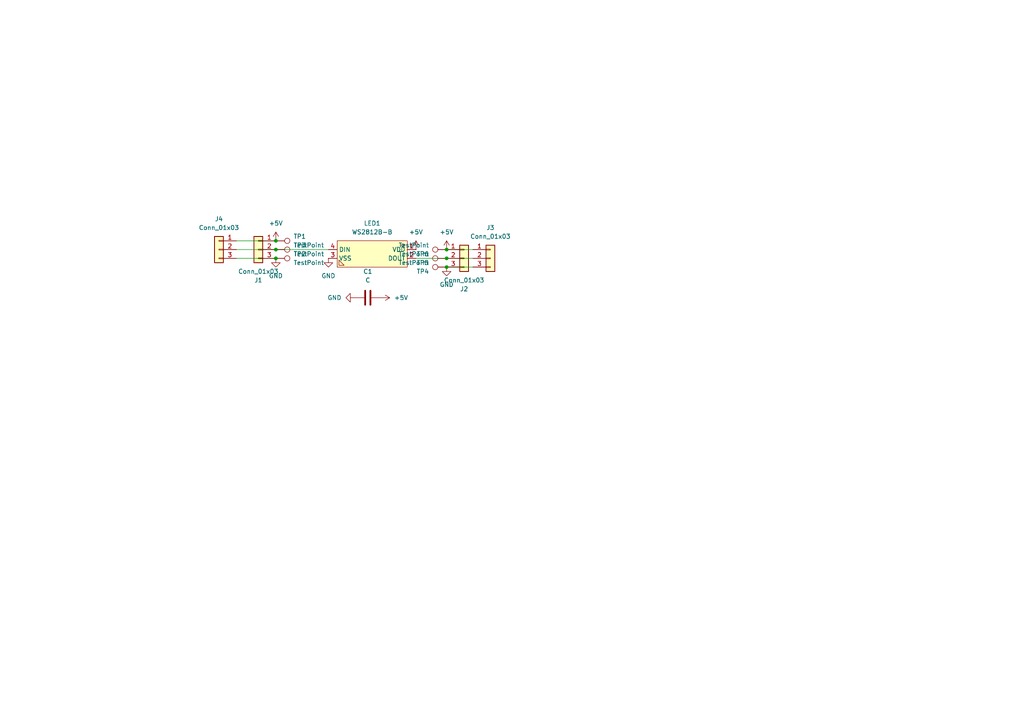
<source format=kicad_sch>
(kicad_sch (version 20231120) (generator "eeschema") (generator_version "8.0")
  (paper "A4")
  (lib_symbols
    (symbol "Connector:TestPoint" (pin_numbers hide) (pin_names (offset 0.762) hide)
      (property "Reference" "TP" (at 0 6.858 0))
      (property "Value" "TestPoint" (at 0 5.08 0))
      (symbol "TestPoint_0_1"
        (circle (center 0 3.302) (radius 0.762))
      )
      (symbol "TestPoint_1_1"
        (pin passive line (at 0 0 90) (length 2.54) (name "1") (number "1"))
      )
    )
    (symbol "Connector_Generic:Conn_01x03" (pin_names (offset 1.016) hide)
      (property "Reference" "J" (at 0 5.08 0))
      (property "Value" "Conn_01x03" (at 0 -5.08 0))
      (symbol "Conn_01x03_1_1"
        (rectangle (start -1.27 -2.413) (end 0 -2.667) (stroke (width 0.1524)))
        (rectangle (start -1.27 0.127) (end 0 -0.127) (stroke (width 0.1524)))
        (rectangle (start -1.27 2.667) (end 0 2.413) (stroke (width 0.1524)))
        (rectangle (start -1.27 3.81) (end 1.27 -3.81) (stroke (width 0.254)) (fill (type background)))
        (pin passive line (at -5.08 2.54 0) (length 3.81) (name "Pin_1") (number "1"))
        (pin passive line (at -5.08 0 0) (length 3.81) (name "Pin_2") (number "2"))
        (pin passive line (at -5.08 -2.54 0) (length 3.81) (name "Pin_3") (number "3"))
      )
    )
    (symbol "Device:C" (pin_numbers hide) (pin_names (offset 0.254))
      (property "Reference" "C" (at 0.635 2.54 0))
      (property "Value" "C" (at 0.635 -2.54 0))
      (symbol "C_0_1"
        (polyline (pts (xy -2.032 -0.762) (xy 2.032 -0.762)) (stroke (width 0.508)))
        (polyline (pts (xy -2.032 0.762) (xy 2.032 0.762)) (stroke (width 0.508)))
      )
      (symbol "C_1_1"
        (pin passive line (at 0 3.81 270) (length 2.794) (name "~") (number "1"))
        (pin passive line (at 0 -3.81 90) (length 2.794) (name "~") (number "2"))
      )
    )
    (symbol "easyeda2kicad:WS2812B-B"
      (property "Reference" "LED" (at 0 6.35 0))
      (property "Value" "WS2812B-B" (at 0 -6.35 0))
      (symbol "WS2812B-B_0_1"
        (rectangle (start -10.16 3.81) (end 10.16 -3.81) (fill (type background)))
        (circle (center -8.89 2.54) (radius 0.38))
        (polyline (pts (xy 9.65 -1.78) (xy 9.65 -3.3) (xy 8.13 -3.3) (xy 9.65 -1.78)) (fill (type background)))
        (pin unspecified line (at -12.7 1.27 0) (length 2.54) (name "VDD") (number "1"))
        (pin unspecified line (at -12.7 -1.27 0) (length 2.54) (name "DOUT") (number "2"))
        (pin unspecified line (at 12.7 -1.27 180) (length 2.54) (name "VSS") (number "3"))
        (pin unspecified line (at 12.7 1.27 180) (length 2.54) (name "DIN") (number "4"))
      )
    )
    (symbol "power:+5V" (power) (pin_numbers hide) (pin_names (offset 0) hide)
      (property "Value" "+5V" (at 0 3.556 0))
      (symbol "+5V_0_1"
        (polyline (pts (xy -0.762 1.27) (xy 0 2.54)))
        (polyline (pts (xy 0 0) (xy 0 2.54)))
        (polyline (pts (xy 0 2.54) (xy 0.762 1.27)))
      )
      (symbol "+5V_1_1"
        (pin power_in line (at 0 0 90) (length 0) (name "~") (number "1"))
      )
    )
    (symbol "power:GND" (power) (pin_numbers hide) (pin_names (offset 0) hide)
      (property "Value" "GND" (at 0 -3.81 0))
      (symbol "GND_0_1"
        (polyline (pts (xy 0 0) (xy 0 -1.27) (xy 1.27 -1.27) (xy 0 -2.54) (xy -1.27 -1.27) (xy 0 -1.27)))
      )
      (symbol "GND_1_1"
        (pin power_in line (at 0 0 270) (length 0) (name "~") (number "1"))
      )
    )
  )
  (junction (at 80.01 69.85))
  (junction (at 80.01 72.39))
  (junction (at 80.01 74.93))
  (junction (at 129.54 74.93))
  (junction (at 129.54 72.39))
  (junction (at 129.54 77.47))
  (wire (pts (xy 80.01 72.39) (xy 95.25 72.39)))
  (wire (pts (xy 68.58 72.39) (xy 80.01 72.39)))
  (wire (pts (xy 68.58 74.93) (xy 80.01 74.93)))
  (wire (pts (xy 68.58 69.85) (xy 80.01 69.85)))
  (wire (pts (xy 137.16 77.47) (xy 129.54 77.47)))
  (wire (pts (xy 120.65 74.93) (xy 129.54 74.93)))
  (wire (pts (xy 137.16 74.93) (xy 129.54 74.93)))
  (wire (pts (xy 137.16 72.39) (xy 129.54 72.39)))
  (symbol (lib_id "Connector_Generic:Conn_01x03") (at 63.5 72.39 0) (mirror y) (unit 1)
    (property "Reference" "J4" (at 63.5 63.5 0))
    (property "Value" "Conn_01x03" (at 63.5 66.04 0))
    (property "Footprint" "Connector_PinSocket_2.54mm:PinSocket_1x03_P2.54mm_Horizontal" (effects (hide yes)))
    (property "Description" "Generic connector, single row, 01x03, script generated (kicad-library-utils/schlib/autogen/connector/)" (effects (hide yes)))
  )
  (symbol (lib_id "Connector_Generic:Conn_01x03") (at 134.62 74.93 0) (unit 1)
    (property "Reference" "J2" (at 134.62 83.82 0))
    (property "Value" "Conn_01x03" (at 134.62 81.28 0))
    (property "Footprint" "Connector_PinHeader_2.54mm:PinHeader_1x03_P2.54mm_Horizontal" (effects (hide yes)))
    (property "Description" "Generic connector, single row, 01x03, script generated (kicad-library-utils/schlib/autogen/connector/)" (effects (hide yes)))
  )
  (symbol (lib_id "power:+5V") (at 129.54 72.39 0) (unit 1)
    (property "Reference" "#PWR05" (effects (hide yes)))
    (property "Value" "+5V" (at 129.54 67.31 0))
    (property "Description" "Power symbol creates a global label with name \"+5V\"" (effects (hide yes)))
  )
  (symbol (lib_id "power:GND") (at 102.87 86.36 270) (mirror x) (unit 1)
    (property "Reference" "#PWR07" (effects (hide yes)))
    (property "Value" "GND" (at 99.06 86.3599 90) (effects (justify right)))
    (property "Description" "Power symbol creates a global label with name \"GND\" , ground" (effects (hide yes)))
  )
  (symbol (lib_id "Connector:TestPoint") (at 80.01 69.85 270) (unit 1)
    (property "Reference" "TP1" (at 85.09 68.5799 90) (effects (justify left)))
    (property "Value" "TestPoint" (at 85.09 71.1199 90) (effects (justify left)))
    (property "Footprint" "TestPoint:TestPoint_Pad_D1.5mm" (effects (hide yes)))
    (property "Description" "test point" (effects (hide yes)))
  )
  (symbol (lib_id "power:+5V") (at 120.65 72.39 0) (mirror y) (unit 1)
    (property "Reference" "#PWR01" (effects (hide yes)))
    (property "Value" "+5V" (at 120.65 67.31 0))
    (property "Description" "Power symbol creates a global label with name \"+5V\"" (effects (hide yes)))
  )
  (symbol (lib_id "Connector:TestPoint") (at 129.54 72.39 90) (unit 1)
    (property "Reference" "TP6" (at 124.46 73.6601 90) (effects (justify left)))
    (property "Value" "TestPoint" (at 124.46 71.1201 90) (effects (justify left)))
    (property "Footprint" "TestPoint:TestPoint_Pad_D1.5mm" (effects (hide yes)))
    (property "Description" "test point" (effects (hide yes)))
  )
  (symbol (lib_id "power:GND") (at 129.54 77.47 0) (unit 1)
    (property "Reference" "#PWR06" (effects (hide yes)))
    (property "Value" "GND" (at 129.54 82.55 0))
    (property "Description" "Power symbol creates a global label with name \"GND\" , ground" (effects (hide yes)))
  )
  (symbol (lib_id "power:GND") (at 95.25 74.93 0) (mirror y) (unit 1)
    (property "Reference" "#PWR02" (effects (hide yes)))
    (property "Value" "GND" (at 95.25 80.01 0))
    (property "Description" "Power symbol creates a global label with name \"GND\" , ground" (effects (hide yes)))
  )
  (symbol (lib_id "Device:C") (at 106.68 86.36 90) (unit 1)
    (property "Reference" "C1" (at 106.68 78.74 90))
    (property "Value" "C" (at 106.68 81.28 90))
    (property "Footprint" "Capacitor_SMD:C_0603_1608Metric" (effects (hide yes)))
    (property "Description" "Unpolarized capacitor" (effects (hide yes)))
    (property "LCSC" "C2844328" (effects (hide yes)))
  )
  (symbol (lib_id "easyeda2kicad:WS2812B-B") (at 107.95 73.66 0) (mirror y) (unit 1)
    (property "Reference" "LED1" (at 107.95 64.77 0))
    (property "Value" "WS2812B-B" (at 107.95 67.31 0))
    (property "Footprint" "easyeda2kicad:LED-SMD_4P-L5.0-W5.0-BL_TC5050RGB" (effects (hide yes)))
    (property "Datasheet" "https://lcsc.com/product-detail/Light-Emitting-Diodes-LED_5050-RGBIntegrated-Light-4Pin_C114586.html" (effects (hide yes)))
    (property "LCSC Part" "C114586" (effects (hide yes)))
  )
  (symbol (lib_id "Connector_Generic:Conn_01x03") (at 74.93 72.39 0) (mirror y) (unit 1)
    (property "Reference" "J1" (at 74.93 81.28 0))
    (property "Value" "Conn_01x03" (at 74.93 78.74 0))
    (property "Footprint" "Connector_PinHeader_2.54mm:PinHeader_1x03_P2.54mm_Horizontal" (effects (hide yes)))
    (property "Description" "Generic connector, single row, 01x03, script generated (kicad-library-utils/schlib/autogen/connector/)" (effects (hide yes)))
  )
  (symbol (lib_id "Connector:TestPoint") (at 80.01 74.93 270) (unit 1)
    (property "Reference" "TP2" (at 85.09 73.6599 90) (effects (justify left)))
    (property "Value" "TestPoint" (at 85.09 76.1999 90) (effects (justify left)))
    (property "Footprint" "TestPoint:TestPoint_Pad_D1.5mm" (effects (hide yes)))
    (property "Description" "test point" (effects (hide yes)))
  )
  (symbol (lib_id "power:+5V") (at 110.49 86.36 270) (mirror x) (unit 1)
    (property "Reference" "#PWR08" (effects (hide yes)))
    (property "Value" "+5V" (at 114.3 86.3599 90) (effects (justify left)))
    (property "Description" "Power symbol creates a global label with name \"+5V\"" (effects (hide yes)))
  )
  (symbol (lib_id "Connector:TestPoint") (at 129.54 77.47 90) (unit 1)
    (property "Reference" "TP4" (at 124.46 78.7401 90) (effects (justify left)))
    (property "Value" "TestPoint" (at 124.46 76.2001 90) (effects (justify left)))
    (property "Footprint" "TestPoint:TestPoint_Pad_D1.5mm" (effects (hide yes)))
    (property "Description" "test point" (effects (hide yes)))
  )
  (symbol (lib_id "power:+5V") (at 80.01 69.85 0) (mirror y) (unit 1)
    (property "Reference" "#PWR04" (effects (hide yes)))
    (property "Value" "+5V" (at 80.01 64.77 0))
    (property "Description" "Power symbol creates a global label with name \"+5V\"" (effects (hide yes)))
  )
  (symbol (lib_id "Connector_Generic:Conn_01x03") (at 142.24 74.93 0) (unit 1)
    (property "Reference" "J3" (at 142.24 66.04 0))
    (property "Value" "Conn_01x03" (at 142.24 68.58 0))
    (property "Footprint" "Connector_PinSocket_2.54mm:PinSocket_1x03_P2.54mm_Horizontal" (effects (hide yes)))
    (property "Description" "Generic connector, single row, 01x03, script generated (kicad-library-utils/schlib/autogen/connector/)" (effects (hide yes)))
  )
  (symbol (lib_id "Connector:TestPoint") (at 129.54 74.93 90) (unit 1)
    (property "Reference" "TP5" (at 124.46 76.2001 90) (effects (justify left)))
    (property "Value" "TestPoint" (at 124.46 73.6601 90) (effects (justify left)))
    (property "Footprint" "TestPoint:TestPoint_Pad_D1.5mm" (effects (hide yes)))
    (property "Description" "test point" (effects (hide yes)))
  )
  (symbol (lib_id "Connector:TestPoint") (at 80.01 72.39 270) (unit 1)
    (property "Reference" "TP3" (at 85.09 71.1199 90) (effects (justify left)))
    (property "Value" "TestPoint" (at 85.09 73.6599 90) (effects (justify left)))
    (property "Footprint" "TestPoint:TestPoint_Pad_D1.5mm" (effects (hide yes)))
    (property "Description" "test point" (effects (hide yes)))
  )
  (symbol (lib_id "power:GND") (at 80.01 74.93 0) (mirror y) (unit 1)
    (property "Reference" "#PWR03" (effects (hide yes)))
    (property "Value" "GND" (at 80.01 80.01 0))
    (property "Description" "Power symbol creates a global label with name \"GND\" , ground" (effects (hide yes)))
  )
)
</source>
